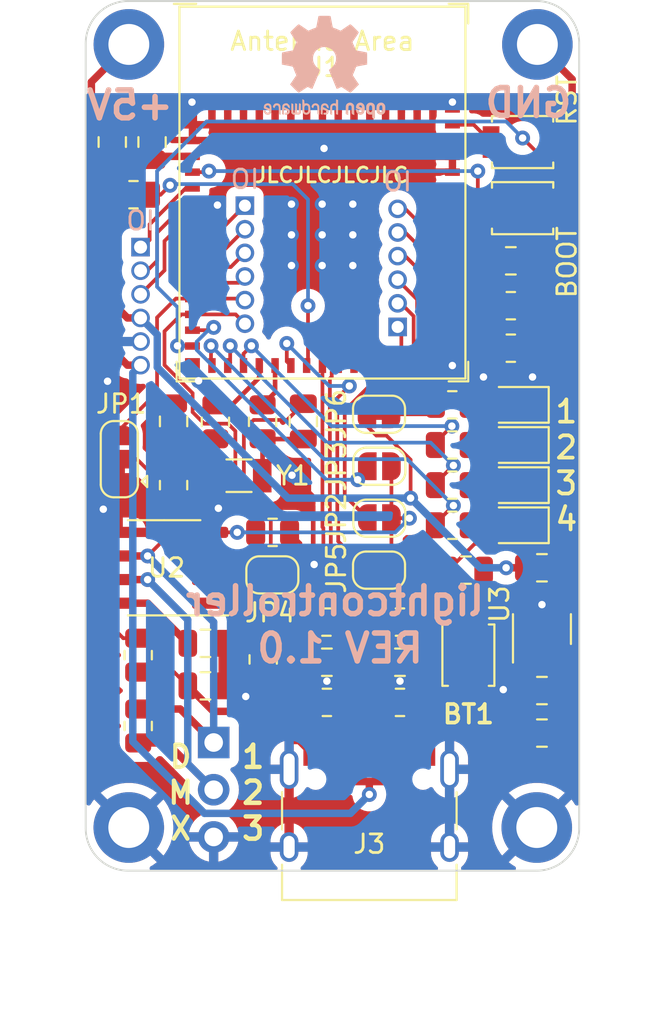
<source format=kicad_pcb>
(kicad_pcb (version 20221018) (generator pcbnew)
  (layers (0 "F.Cu" signal) (31 "B.Cu" signal) (34 "B.Paste" user) (35 "F.Paste" user) (36 "B.SilkS" user "B.Silkscreen") (37 "F.SilkS" user "F.Silkscreen") (38 "B.Mask" user) (39 "F.Mask" user) (44 "Edge.Cuts" user))
  (net 0 "")
  (net 1 "+5V")
  (net 2 "GND")
  (net 3 "+3V3")
  (net 4 "RESET")
  (net 5 "BT")
  (net 6 "DN")
  (net 7 "DP")
  (net 8 "Net-(C12-Pad1)")
  (net 9 "Net-(C13-Pad2)")
  (net 10 "Net-(D1-A)")
  (net 11 "Net-(D2-A)")
  (net 12 "Net-(D3-A)")
  (net 13 "Net-(D4-A)")
  (net 14 "Net-(U3-A)")
  (net 15 "Net-(U3-B)")
  (net 16 "Net-(J2-Pin_1)")
  (net 17 "Net-(J2-Pin_2)")
  (net 18 "Net-(J2-Pin_3)")
  (net 19 "Net-(J4-Pin_1)")
  (net 20 "Net-(J4-Pin_2)")
  (net 21 "Net-(J4-Pin_3)")
  (net 22 "Net-(J4-Pin_4)")
  (net 23 "Net-(J5-Pin_1)")
  (net 24 "Net-(J5-Pin_2)")
  (net 25 "Net-(J5-Pin_3)")
  (net 26 "Net-(J5-Pin_4)")
  (net 27 "Net-(J5-Pin_5)")
  (net 28 "Net-(J5-Pin_6)")
  (net 29 "Net-(JP1-A)")
  (net 30 "Net-(JP2-C)")
  (net 31 "XLR_SET")
  (net 32 "Net-(JP3-A)")
  (net 33 "Net-(JP4-A)")
  (net 34 "Net-(JP5-A)")
  (net 35 "XLR_RX")
  (net 36 "Net-(JP6-B)")
  (net 37 "Net-(U2-CC1)")
  (net 38 "Net-(U2-CC2)")
  (net 39 "XLR_TX")
  (net 40 "Net-(U2-DP1)")
  (net 41 "Net-(U2-DN1)")
  (net 42 "BOOT")
  (net 43 "LED1")
  (net 44 "LED2")
  (net 45 "Net-(U1-ADC2_CH6{slash}DAC_1{slash}GPIO18)")
  (net 46 "Net-(U1-GPIO15{slash}ADC2_CH4{slash}XTAL_32K_P)")
  (net 47 "Net-(U1-GPIO16{slash}ADC2_CH5{slash}XTAL_32K_N)")
  (net 48 "LED3")
  (footprint "Connector_PinSocket_1.27mm:PinSocket_1x06_P1.27mm_Vertical" (layer "F.Cu") (at 63.881 55.65)
    (fp_text reference "IO")
    (fp_text value "Conn_01x06_Socket")
  )
  (footprint "LED_SMD:LED_0805_2012Metric" (layer "F.Cu") (at 84.176 64.135 180)
    (fp_text reference "D2" hide)
    (fp_text value "LED")
  )
  (footprint "Capacitor_SMD:C_0805_2012Metric" (layer "F.Cu") (at 85.496 81.788 180)
    (fp_text reference "C8" hide)
    (fp_text value "1µF")
  )
  (footprint "MountingHole:MountingHole_2.2mm_M2_DIN965_Pad_TopBottom" (layer "F.Cu") (at 85.25 44.75)
    (fp_text reference "H2" hide)
    (fp_text value "MountingHole_Pad")
  )
  (footprint "Button_Switch_SMD:SW_SPST_B3U-1000P-B" (layer "F.Cu") (at 84.455 53.556 180)
    (fp_text reference "BOOT")
    (fp_text value "SW_BOOT")
  )
  (footprint "Jumper:SolderJumper-2_P1.3mm_Open_RoundedPad1.0x1.5mm" (layer "F.Cu") (at 76.74 67.437)
    (fp_text reference "JP3")
    (fp_text value "Jumper_2_Open")
  )
  (footprint "Jumper:SolderJumper-2_P1.3mm_Open_RoundedPad1.0x1.5mm" (layer "F.Cu") (at 70.978 73.279)
    (fp_text reference "JP4")
    (fp_text value "Jumper_2_Open")
  )
  (footprint "LED_SMD:LED_0805_2012Metric" (layer "F.Cu") (at 84.176 68.453 180)
    (fp_text reference "D3" hide)
    (fp_text value "LED")
  )
  (footprint "Connector_PinHeader_2.54mm:PinHeader_1x03_P2.54mm_Vertical" (layer "F.Cu") (at 67.818 82.296)
    (fp_text reference "D" hide)
    (fp_text value "XLR3")
  )
  (footprint "Capacitor_SMD:C_0805_2012Metric" (layer "F.Cu") (at 72.644 65.024 90)
    (fp_text reference "C9" hide)
    (fp_text value "20p (NC)")
  )
  (footprint "Resistor_SMD:R_0805_2012Metric" (layer "F.Cu") (at 65.659 68.453 90)
    (fp_text reference "R12" hide)
    (fp_text value "20k")
  )
  (footprint "Button_Switch_SMD:SW_SPST_B3U-1000P-B" (layer "F.Cu") (at 84.455 50 180)
    (fp_text reference "RST")
    (fp_text value "SW_RESET")
  )
  (footprint "Resistor_SMD:R_0805_2012Metric" (layer "F.Cu") (at 80.6685 64.135)
    (fp_text reference "R13" hide)
    (fp_text value "2k")
  )
  (footprint "Jumper:SolderJumper-2_P1.3mm_Bridged_RoundedPad1.0x1.5mm" (layer "F.Cu") (at 76.723 73.025)
    (fp_text reference "JP5")
    (fp_text value "Jumper_2_Bridged")
  )
  (footprint "Capacitor_SMD:C_0805_2012Metric" (layer "F.Cu") (at 77.851 77.978)
    (fp_text reference "C10" hide)
    (fp_text value "20p")
  )
  (footprint "MountingHole:MountingHole_2.2mm_M2_DIN965_Pad_TopBottom" (layer "F.Cu") (at 63.25 44.75)
    (fp_text reference "H1" hide)
    (fp_text value "MountingHole_Pad")
  )
  (footprint "Button_Switch_SMD:SW_SPST_B3U-1000P-B" (layer "F.Cu") (at 81.534 77.597 90)
    (fp_text reference "BT1")
    (fp_text value "BUTTON")
  )
  (footprint "MountingHole:MountingHole_2.2mm_M2_DIN965_Pad_TopBottom" (layer "F.Cu") (at 63.246 86.868)
    (fp_text reference "H3" hide)
    (fp_text value "MountingHole_Pad")
  )
  (footprint "Resistor_SMD:R_0805_2012Metric" (layer "F.Cu") (at 80.6685 66.294)
    (fp_text reference "R15" hide)
    (fp_text value "2k")
  )
  (footprint "Resistor_SMD:R_0805_2012Metric" (layer "F.Cu") (at 80.6685 70.612)
    (fp_text reference "R16" hide)
    (fp_text value "2k")
  )
  (footprint "Jumper:SolderJumper-2_P1.3mm_Bridged_RoundedPad1.0x1.5mm" (layer "F.Cu") (at 76.723 64.643 180)
    (fp_text reference "JP6")
    (fp_text value "Jumper_2_Bridged")
  )
  (footprint "Capacitor_SMD:C_0805_2012Metric" (layer "F.Cu") (at 67.375 79.248)
    (fp_text reference "C11" hide)
    (fp_text value "100nF")
  )
  (footprint "Capacitor_SMD:C_0805_2012Metric" (layer "F.Cu") (at 85.496 72.898)
    (fp_text reference "C12" hide)
    (fp_text value "1µF")
  )
  (footprint "Resistor_SMD:R_0805_2012Metric" (layer "F.Cu") (at 63.5 52.832 180)
    (fp_text reference "R1" hide)
    (fp_text value "10k")
  )
  (footprint "LED_SMD:LED_0805_2012Metric" (layer "F.Cu") (at 84.176 66.294 180)
    (fp_text reference "D4" hide)
    (fp_text value "LED")
  )
  (footprint "Crystal:Crystal_SMD_3215-2Pin_3.2x1.5mm" (layer "F.Cu") (at 69.182 67.945)
    (fp_text reference "Y1")
    (fp_text value "Crystal_Small")
  )
  (footprint "Resistor_SMD:R_0805_2012Metric" (layer "F.Cu") (at 70.452 65.0475 -90)
    (fp_text reference "R17" hide)
    (fp_text value "0R (NC)")
  )
  (footprint "Resistor_SMD:R_0805_2012Metric" (layer "F.Cu") (at 67.912 65.0475 90)
    (fp_text reference "R5" hide)
    (fp_text value "0R (NC)")
  )
  (footprint "My parts:XUNPU TYPEC-304J-BCP16" (layer "F.Cu") (at 76.2 88.392)
    (fp_text reference "J3")
    (fp_text value "XUNPU_TYPEC-304J-BCP16")
  )
  (footprint "Capacitor_SMD:C_0805_2012Metric" (layer "F.Cu") (at 73.914 77.978)
    (fp_text reference "C13" hide)
    (fp_text value "20p")
  )
  (footprint "Resistor_SMD:R_0805_2012Metric" (layer "F.Cu") (at 63.754 81.407 90)
    (fp_text reference "R18" hide)
    (fp_text value "100R")
  )
  (footprint "Resistor_SMD:R_0805_2012Metric" (layer "F.Cu") (at 80.6685 68.453)
    (fp_text reference "R14" hide)
    (fp_text value "2k")
  )
  (footprint "Capacitor_SMD:C_0805_2012Metric" (layer "F.Cu") (at 64.5 50 -90)
    (fp_text reference "C2" hide)
    (fp_text value "100nF")
  )
  (footprint "Package_SO:SOIC-8_3.9x4.9mm_P1.27mm" (layer "F.Cu") (at 65.151 72.898 180)
    (fp_text reference "U2")
    (fp_text value "MAX485E")
  )
  (footprint "Capacitor_SMD:C_0805_2012Metric" (layer "F.Cu") (at 62.357 50 -90)
    (fp_text reference "C1" hide)
    (fp_text value "22µF")
  )
  (footprint "Resistor_SMD:R_0805_2012Metric" (layer "F.Cu") (at 70.485 77.8275 90)
    (fp_text reference "R6" hide)
    (fp_text value "10k")
  )
  (footprint "Jumper:SolderJumper-3_P1.3mm_Bridged12_RoundedPad1.0x1.5mm" (layer "F.Cu") (at 62.738 67.056 90)
    (fp_text reference "JP1")
    (fp_text value "Jumper_3_Bridged12")
  )
  (footprint "Capacitor_SMD:C_0805_2012Metric" (layer "F.Cu") (at 67.375 76.962)
    (fp_text reference "C4" hide)
    (fp_text value "10µF")
  )
  (footprint "Jumper:SolderJumper-2_P1.3mm_Open_RoundedPad1.0x1.5mm" (layer "F.Cu") (at 76.74 70.231)
    (fp_text reference "JP2")
    (fp_text value "Jumper_2_Open")
  )
  (footprint "Espressif:ESP32-S2-MINI-1" (layer "F.Cu") (at 73.675 55.02)
    (fp_text reference "U1")
    (fp_text value "ESP32-S2-MINI-1")
  )
  (footprint "Resistor_SMD:R_0805_2012Metric" (layer "F.Cu") (at 77.851 75.819 180)
    (fp_text reference "R7" hide)
    (fp_text value "36R")
  )
  (footprint "Resistor_SMD:R_0805_2012Metric" (layer "F.Cu") (at 73.8905 75.819)
    (fp_text reference "R4" hide)
    (fp_text value "36R")
  )
  (footprint "Capacitor_SMD:C_0805_2012Metric" (layer "F.Cu") (at 65.659 65.024 -90)
    (fp_text reference "C5" hide)
    (fp_text value "20p (NC)")
  )
  (footprint "Resistor_SMD:R_0805_2012Metric" (layer "F.Cu") (at 63.754 77.597 90)
    (fp_text reference "R8" hide)
    (fp_text value "10-20k")
  )
  (footprint "Resistor_SMD:R_0805_2012Metric" (layer "F.Cu") (at 73.914 80.137)
    (fp_text reference "R9" hide)
    (fp_text value "5.1k")
  )
  (footprint "LED_SMD:LED_0805_2012Metric" (layer "F.Cu") (at 84.176 70.612 180)
    (fp_text reference "D1" hide)
    (fp_text value "LED")
  )
  (footprint "MountingHole:MountingHole_2.2mm_M2_DIN965_Pad_TopBottom" (layer "F.Cu") (at 85.217 86.868)
    (fp_text reference "H4" hide)
    (fp_text value "MountingHole_Pad")
  )
  (footprint "Package_TO_SOT_SMD:SOT-23-5" (layer "F.Cu") (at 85.496 76.1945 90)
    (fp_text reference "U3")
    (fp_text value "XC6220B331MR")
  )
  (footprint "Capacitor_SMD:C_0805_2012Metric" (layer "F.Cu") (at 85.496 79.502 180)
    (fp_text reference "C7" hide)
    (fp_text value "10µF")
  )
  (footprint "Resistor_SMD:R_0805_2012Metric" (layer "F.Cu") (at 70.993 70.993)
    (fp_text reference "R11" hide)
    (fp_text value "10k")
  )
  (footprint "Resistor_SMD:R_0805_2012Metric" (layer "F.Cu") (at 83.82 61.087)
    (fp_text reference "R3" hide)
    (fp_text value "10k (NC)")
  )
  (footprint "Resistor_SMD:R_0805_2012Metric" (layer "F.Cu") (at 77.851 80.137 180)
    (fp_text reference "R10" hide)
    (fp_text value "5.1k")
  )
  (footprint "Capacitor_SMD:C_0805_2012Metric" (layer "F.Cu") (at 81.407 73.025)
    (fp_text reference "C6" hide)
    (fp_text value "100nF")
  )
  (footprint "Capacitor_SMD:C_0805_2012Metric" (layer "F.Cu") (at 83.82 56.388)
    (fp_text reference "C3" hide)
    (fp_text value "100nF")
  )
  (footprint "Resistor_SMD:R_0805_2012Metric" (layer "F.Cu") (at 83.82 58.801)
    (fp_text reference "R2" hide)
    (fp_text value "10k")
  )
  (footprint "Connector_PinHeader_1.27mm:PinHeader_1x06_P1.27mm_Vertical" (layer "B.Cu") (at 69.5 53.42 180)
    (fp_text reference "IO")
    (fp_text value "Conn_01x06_Socket")
  )
  (footprint "Symbol:OSHW-Logo2_7.3x6mm_SilkScreen" (layer "B.Cu") (at 73.787 45.974 180)
    (fp_text reference "REF**" hide)
    (fp_text value "OSHW-Logo2_7.3x6mm_SilkScreen" hide)
  )
  (footprint "Connector_PinHeader_1.27mm:PinHeader_1x06_P1.27mm_Vertical" (layer "B.Cu") (at 77.724 59.944)
    (fp_text reference "IO")
    (fp_text value "Conn_01x06_Socket")
  )
  (gr_line (start 63.211446 42.418) (end 85.217 42.418) (stroke (width 0.1)) (layer "Edge.Cuts"))
  (gr_arc (start 87.503 86.902554) (mid 86.833446 88.519) (end 85.217 89.188554) (stroke (width 0.1)) (layer "Edge.Cuts"))
  (gr_arc (start 60.925446 44.704) (mid 61.595 43.087554) (end 63.211446 42.418) (stroke (width 0.1)) (layer "Edge.Cuts"))
  (gr_line (start 85.217 89.188554) (end 63.211446 89.188554) (stroke (width 0.1)) (layer "Edge.Cuts"))
  (gr_line (start 87.503 44.704) (end 87.503 86.902554) (stroke (width 0.1)) (layer "Edge.Cuts"))
  (gr_arc (start 85.217 42.418) (mid 86.833446 43.087554) (end 87.503 44.704) (stroke (width 0.1)) (layer "Edge.Cuts"))
  (gr_arc (start 63.211446 89.188554) (mid 61.595 88.519) (end 60.925446 86.902554) (stroke (width 0.1)) (layer "Edge.Cuts"))
  (gr_line (start 60.925446 86.902554) (end 60.925446 44.704) (stroke (width 0.1)) (layer "Edge.Cuts"))
  (gr_text "GND" (at 87.249 48.768) (layer "B.SilkS") (effects (font (size 1.5 1.5) (thickness 0.3) bold) (justify left bottom mirror)))
  (gr_text "+5V" (at 65.786 48.895) (layer "B.SilkS") (effects (font (size 1.5 1.5) (thickness 0.3) bold) (justify left bottom mirror)))
  (gr_text "REV 1.0" (at 79.248 78.105) (layer "B.SilkS") (effects (font (size 1.5 1.5) (thickness 0.3) bold) (justify left bottom mirror)))
  (gr_text "lightcontroller" (at 82.55 75.565) (layer "B.SilkS") (effects (font (size 1.5 1.5) (thickness 0.3) bold) (justify left bottom mirror)))
  (gr_text "D\nM\nX" (at 66.04 87.63) (layer "F.SilkS") (effects (font (size 1.2 1.1) (thickness 0.22) bold) (justify bottom)))
  (gr_text "1\n2\n3" (at 69.215 87.63) (layer "F.SilkS") (effects (font (size 1.2 1.2) (thickness 0.24) bold) (justify left bottom)))
  (gr_text "JLCJLCJLCJLC" (at 69.9516 52.2478) (layer "F.SilkS") (effects (font (size 0.8 0.8) (thickness 0.15) bold) (justify left bottom)))
  (gr_text "1\n2\n3\n4" (at 86.106 70.993) (layer "F.SilkS") (effects (font (size 1.2 1.2) (thickness 0.2) bold) (justify left bottom)))
  (segment (start 78.65 83.611984) (end 78.65 82.823) (width 0.4) (layer "F.Cu") (net 1))
  (segment (start 62.676 74.803) (end 64.266 74.803) (width 0.4) (layer "F.Cu") (net 1))
  (segment (start 71.9055 70.993) (end 72.487683 71.575183) (width 0.2) (layer "F.Cu") (net 1))
  (segment (start 67.7966 80.6196) (end 71.6534 80.6196) (width 0.4) (layer "F.Cu") (net 1))
  (segment (start 71.75288 80.52012) (end 72.512761 81.28) (width 0.4) (layer "F.Cu") (net 1))
  (segment (start 61.232 60.058106) (end 61.232 46.768) (width 0.4) (layer "F.Cu") (net 1))
  (segment (start 71.485 75.821683) (end 71.485 77.74) (width 0.2) (layer "F.Cu") (net 1))
  (segment (start 72.487683 71.575183) (end 72.487683 74.819) (width 0.2) (layer "F.Cu") (net 1))
  (segment (start 66.425 79.248) (end 67.7966 80.6196) (width 0.4) (layer "F.Cu") (net 1))
  (segment (start 63.173894 62) (end 61.232 60.058106) (width 0.4) (layer "F.Cu") (net 1))
  (segment (start 78.65 81.798) (end 79.211 81.237) (width 0.4) (layer "F.Cu") (net 1))
  (segment (start 66.425 76.962) (end 66.425 79.248) (width 0.4) (layer "F.Cu") (net 1))
  (segment (start 83.802 82.913) (end 85.321 82.913) (width 0.4) (layer "F.Cu") (net 1))
  (segment (start 73.75 82.823) (end 73.75 83.611984) (width 0.4) (layer "F.Cu") (net 1))
  (segment (start 76.2 85.09) (end 76.2 84.398) (width 0.4) (layer "F.Cu") (net 1))
  (segment (start 79.211 81.237) (end 82.126 81.237) (width 0.4) (layer "F.Cu") (net 1))
  (segment (start 70.485 79.252239) (end 71.75288 80.52012) (width 0.4) (layer "F.Cu") (net 1))
  (segment (start 71.6534 80.6196) (end 71.75288 80.52012) (width 0.4) (layer "F.Cu") (net 1))
  (segment (start 78.65 82.823) (end 78.65 81.798) (width 0.4) (layer "F.Cu") (net 1))
  (segment (start 85.321 82.913) (end 86.446 81.788) (width 0.4) (layer "F.Cu") (net 1))
  (segment (start 61.232 46.768) (end 63.25 44.75) (width 0.4) (layer "F.Cu") (net 1))
  (segment (start 63.881 62) (end 63.173894 62) (width 0.4) (layer "F.Cu") (net 1))
  (segment (start 86.446 81.788) (end 86.446 77.332) (width 0.4) (layer "F.Cu") (net 1))
  (segment (start 70.485 78.74) (end 70.485 79.252239) (width 0.4) (layer "F.Cu") (net 1))
  (segment (start 82.126 81.237) (end 83.802 82.913) (width 0.4) (layer "F.Cu") (net 1))
  (segment (start 64.266 74.803) (end 66.425 76.962) (width 0.4) (layer "F.Cu") (net 1))
  (segment (start 63.754 78.5095) (end 65.6865 78.5095) (width 0.2) (layer "F.Cu") (net 1))
  (segment (start 77.863984 84.398) (end 78.65 83.611984) (width 0.4) (layer "F.Cu") (net 1))
  (segment (start 73.75 81.798) (end 73.75 82.823) (width 0.4) (layer "F.Cu") (net 1))
  (segment (start 84.546 77.332) (end 84.546 77.857761) (width 0.4) (layer "F.Cu") (net 1))
  (segment (start 84.546 77.857761) (end 86.190239 79.502) (width 0.4) (layer "F.Cu") (net 1))
  (segment (start 76.2 84.398) (end 77.863984 84.398) (width 0.4) (layer "F.Cu") (net 1))
  (segment (start 72.512761 81.28) (end 73.232 81.28) (width 0.4) (layer "F.Cu") (net 1))
  (segment (start 72.487683 74.819) (end 71.485 75.821683) (width 0.2) (layer "F.Cu") (net 1))
  (segment (start 65.6865 78.5095) (end 66.425 79.248) (width 0.2) (layer "F.Cu") (net 1))
  (segment (start 71.485 77.74) (end 70.485 78.74) (width 0.2) (layer "F.Cu") (net 1))
  (segment (start 74.536016 84.398) (end 76.2 84.398) (width 0.4) (layer "F.Cu") (net 1))
  (segment (start 73.75 83.611984) (end 74.536016 84.398) (width 0.4) (layer "F.Cu") (net 1))
  (segment (start 86.190239 79.502) (end 86.446 79.502) (width 0.4) (layer "F.Cu") (net 1))
  (segment (start 73.232 81.28) (end 73.75 81.798) (width 0.4) (layer "F.Cu") (net 1))
  (via (at 76.2 85.09) (size 0.8) (drill 0.4) (layers "F.Cu" "B.Cu") (net 1))
  (segment (start 75.184 86.106) (end 76.2 85.09) (width 0.4) (layer "B.Cu") (net 1))
  (segment (start 63.462 82.247767) (end 67.320233 86.106) (width 0.4) (layer "B.Cu") (net 1))
  (segment (start 63.881 62) (end 63.462 62.419) (width 0.4) (layer "B.Cu") (net 1))
  (segment (start 63.462 62.419) (end 63.462 82.247767) (width 0.4) (layer "B.Cu") (net 1))
  (segment (start 67.320233 86.106) (end 75.184 86.106) (width 0.4) (layer "B.Cu") (net 1))
  (segment (start 85.4964 75.8388) (end 85.4964 74.8792) (width 0.25) (layer "F.Cu") (net 2))
  (segment (start 85.2907 76.0445) (end 85.4964 75.8388) (width 0.25) (layer "F.Cu") (net 2))
  (segment (start 65.659 67.5405) (end 66.1689 67.5405) (width 0.2) (layer "F.Cu") (net 2))
  (segment (start 79.45 82.348) (end 79.756 82.042) (width 0.25) (layer "F.Cu") (net 2))
  (segment (start 85.4964 73.8476) (end 86.446 72.898) (width 0.25) (layer "F.Cu") (net 2))
  (segment (start 73.1774 69.0626) (end 72.0344 67.9196) (width 0.25) (layer "F.Cu") (net 2))
  (segment (start 76.901 78.2745) (end 78.7635 80.137) (width 0.2) (layer "F.Cu") (net 2))
  (segment (start 72.95 82.823) (end 72.39 82.263) (width 0.25) (layer "F.Cu") (net 2))
  (segment (start 80.675 62.02) (end 80.6709 62.02) (width 0.2) (layer "F.Cu") (net 2))
  (segment (start 79.45 82.823) (end 79.45 82.348) (width 0.25) (layer "F.Cu") (net 2))
  (segment (start 73.1774 72.6694) (end 73.1774 69.5706) (width 0.25) (layer "F.Cu") (net 2))
  (segment (start 80.6709 62.02) (end 80.6704 62.0205) (width 0.2) (layer "F.Cu") (net 2))
  (segment (start 69.4436 65.478083) (end 69.4436 68.9566) (width 0.2) (layer "F.Cu") (net 2))
  (segment (start 64.634 65.099) (end 64.634 66.5155) (width 0.2) (layer "F.Cu") (net 2))
  (segment (start 87.122 46.622) (end 87.122 48.006) (width 0.4) (layer "F.Cu") (net 2))
  (segment (start 85.4964 74.8792) (end 85.4964 73.8476) (width 0.25) (layer "F.Cu") (net 2))
  (segment (start 85.25 44.75) (end 87.122 46.622) (width 0.4) (layer "F.Cu") (net 2))
  (segment (start 72.39 82.263) (end 72.042 82.263) (width 0.25) (layer "F.Cu") (net 2))
  (segment (start 82.357 74.202251) (end 84.199249 76.0445) (width 0.25) (layer "F.Cu") (net 2))
  (segment (start 73.2282 72.7202) (end 73.1774 72.6694) (width 0.25) (layer "F.Cu") (net 2))
  (segment (start 66.1689 67.5405) (end 67.132 68.5036) (width 0.2) (layer "F.Cu") (net 2))
  (segment (start 65.659 64.074) (end 64.634 65.099) (width 0.2) (layer "F.Cu") (net 2))
  (segment (start 76.901 77.978) (end 76.901 78.2745) (width 0.2) (layer "F.Cu") (net 2))
  (segment (start 68.325 79.248) (end 68.9731 79.248) (width 0.25) (layer "F.Cu") (net 2))
  (segment (start 69.974183 64.9475) (end 69.4436 65.478083) (width 0.2) (layer "F.Cu") (net 2))
  (segment (start 68.9731 79.248) (end 69.5452 79.8201) (width 0.25) (layer "F.Cu") (net 2))
  (segment (start 84.199249 76.0445) (end 85.2907 76.0445) (width 0.25) (layer "F.Cu") (net 2))
  (segment (start 67.6846 69.6976) (end 68.072 69.6976) (width 0.2) (layer "F.Cu") (net 2))
  (segment (start 64.634 66.5155) (end 65.659 67.5405) (width 0.2) (layer "F.Cu") (net 2))
  (segment (start 67.132 69.145) (end 67.6846 69.6976) (width 0.2) (layer "F.Cu") (net 2))
  (segment (start 67.132 68.5036) (end 67.132 69.145) (width 0.2) (layer "F.Cu") (net 2))
  (segment (start 73.0015 80.137) (end 73.0015 79.8405) (width 0.2) (layer "F.Cu") (net 2))
  (segment (start 79.756 82.042) (end 80.518 82.042) (width 0.25) (layer "F.Cu") (net 2))
  (segment (start 73.0015 79.8405) (end 74.864 77.978) (width 0.2) (layer "F.Cu") (net 2))
  (segment (start 73.1774 69.469) (end 73.1774 69.0626) (width 0.25) (layer "F.Cu") (net 2))
  (segment (start 69.9919 69.5049) (end 73.1415 69.5049) (width 0.2) (layer "F.Cu") (net 2))
  (segment (start 72.644 64.074) (end 71.7705 64.9475) (width 0.2) (layer "F.Cu") (net 2))
  (segment (start 69.4436 68.9566) (end 69.9919 69.5049) (width 0.2) (layer "F.Cu") (net 2))
  (segment (start 82.357 73.025) (end 82.357 74.202251) (width 0.25) (layer "F.Cu") (net 2))
  (segment (start 66.675 62.5094) (end 67.0052 62.8396) (width 0.2) (layer "F.Cu") (net 2))
  (segment (start 73.1415 69.5049) (end 73.1774 69.469) (width 0.2) (layer "F.Cu") (net 2))
  (segment (start 71.7705 64.9475) (end 69.974183 64.9475) (width 0.2) (layer "F.Cu") (net 2))
  (segment (start 66.675 62.02) (end 66.675 62.5094) (width 0.2) (layer "F.Cu") (net 2))
  (via (at 73.2282 72.7202) (size 0.8) (drill 0.4) (layers "F.Cu" "B.Cu") (net 2))
  (via (at 66.6496 47.8536) (size 0.8) (drill 0.4) (layers "F.Cu" "B.Cu") (net 2))
  (via (at 61.8744 69.7484) (size 0.8) (drill 0.4) (layers "F.Cu" "B.Cu") (net 2))
  (via (at 73.914 78.994) (size 0.8) (drill 0.4) (layers "F.Cu" "B.Cu") (net 2))
  (via (at 72.009 56.642) (size 0.8) (drill 0.4) (layers "F.Cu" "B.Cu") (net 2))
  (via (at 69.5452 79.8201) (size 0.8) (drill 0.4) (layers "F.Cu" "B.Cu") (net 2))
  (via (at 73.66 56.642) (size 0.8) (drill 0.4) (layers "F.Cu" "B.Cu") (net 2))
  (via (at 75.311 53.34) (size 0.8) (drill 0.4) (layers "F.Cu" "B.Cu") (net 2))
  (via (at 75.311 54.991) (size 0.8) (drill 0.4) (layers "F.Cu" "B.Cu") (net 2))
  (via (at 80.6704 62.0205) (size 0.8) (drill 0.4) (layers "F.Cu" "B.Cu") (net 2))
  (via (at 80.675 47.851083) (size 0.8) (drill 0.4) (layers "F.Cu" "B.Cu") (net 2))
  (via (at 72.009 53.34) (size 0.8) (drill 0.4) (layers "F.Cu" "B.Cu") (net 2))
  (via (at 72.0344 67.9196) (size 0.8) (drill 0.4) (layers "F.Cu" "B.Cu") (net 2))
  (via (at 73.66 54.991) (size 0.8) (drill 0.4) (layers "F.Cu" "B.Cu") (net 2))
  (via (at 75.311 56.642) (size 0.8) (drill 0.4) (layers "F.Cu" "B.Cu") (net 2))
  (via (at 84.9884 62.6364) (size 0.8) (drill 0.4) (layers "F.Cu" "B.Cu") (net 2))
  (via (at 68.0212 53.3908) (size 0.8) (drill 0.4) (layers "F.Cu" "B.Cu") (net 2))
  (via (at 67.0052 62.8396) (size 0.8) (drill 0.4) (layers "F.Cu" "B.Cu") (net 2))
  (via (at 72.009 54.991) (size 0.8) (drill 0.4) (layers "F.Cu" "B.Cu") (net 2))
  (via (at 68.072 69.6976) (size 0.8) (drill 0.4) (layers "F.Cu" "B.Cu") (net 2))
  (via (at 83.4136 79.4512) (size 0.8) (drill 0.4) (layers "F.Cu" "B.Cu") (net 2))
  (via (at 62.103 62.865) (size 0.8) (drill 0.4) (layers "F.Cu" "B.Cu") (net 2))
  (via (at 73.7616 50.3428) (size 0.8) (drill 0.4) (layers "F.Cu" "B.Cu") (net 2))
  (via (at 73.66 53.34) (size 0.8) (drill 0.4) (layers "F.Cu" "B.Cu") (net 2))
  (via (at 77.851 78.994) (size 0.8) (drill 0.4) (layers "F.Cu" "B.Cu") (net 2))
  (via (at 82.3468 62.6364) (size 0.8) (drill 0.4) (layers "F.Cu" "B.Cu") (net 2))
  (via (at 85.4964 74.8792) (size 0.8) (drill 0.4) (layers "F.Cu" "B.Cu") (net 2))
  (segment (start 62.5875 52.832) (end 62.5875 58.873606) (width 0.4) (layer "F.Cu") (net 3))
  (segment (start 76.581 65.786) (end 77.120371 65.786) (width 0.2) (layer "F.Cu") (net 3))
  (segment (start 83.566 72.898) (end 84.546 72.898) (width 0.4) (layer "F.Cu") (net 3))
  (segment (start 62.357 50.95) (end 64.5 50.95) (width 0.4) (layer "F.Cu") (net 3))
  (segment (start 84.546 75.057) (end 84.546 72.898) (width 0.4) (layer "F.Cu") (net 3))
  (segment (start 77.120371 65.786) (end 78.4225 67.088129) (width 0.2) (layer "F.Cu") (net 3))
  (segment (start 62.5875 58.873606) (end 63.173894 59.46) (width 0.4) (layer "F.Cu") (net 3))
  (segment (start 85.968183 62.322683) (end 85.968183 71.475817) (width 0.2) (layer "F.Cu") (net 3))
  (segment (start 63.173894 59.46) (end 63.881 59.46) (width 0.4) (layer "F.Cu") (net 3))
  (segment (start 76.073 65.278) (end 76.581 65.786) (width 0.2) (layer "F.Cu") (net 3))
  (segment (start 76.073 64.643) (end 76.073 65.278) (width 0.2) (layer "F.Cu") (net 3))
  (segment (start 62.357 50.95) (end 62.357 52.6015) (width 0.4) (layer "F.Cu") (net 3))
  (segment (start 78.4225 67.088129) (end 78.4225 69.1515) (width 0.2) (layer "F.Cu") (net 3))
  (segment (start 64.68 50.77) (end 64.5 50.95) (width 0.4) (layer "F.Cu") (net 3))
  (segment (start 66.675 50.77) (end 64.68 50.77) (width 0.4) (layer "F.Cu") (net 3))
  (segment (start 85.968183 71.475817) (end 84.546 72.898) (width 0.2) (layer "F.Cu") (net 3))
  (segment (start 62.357 52.6015) (end 62.5875 52.832) (width 0.4) (layer "F.Cu") (net 3))
  (segment (start 84.7325 61.087) (end 85.968183 62.322683) (width 0.2) (layer "F.Cu") (net 3))
  (segment (start 84.7325 61.087) (end 84.7325 58.801) (width 0.2) (layer "F.Cu") (net 3))
  (via (at 83.566 72.898) (size 0.8) (drill 0.4) (layers "F.Cu" "B.Cu") (net 3))
  (via (at 78.4225 69.1515) (size 0.8) (drill 0.4) (layers "F.Cu" "B.Cu") (net 3))
  (segment (start 78.4225 69.1515) (end 82.169 72.898) (width 0.4) (layer "B.Cu") (net 3))
  (segment (start 82.169 72.898) (end 83.566 72.898) (width 0.4) (layer "B.Cu") (net 3))
  (segment (start 64.781 60.357207) (end 64.781 62.114) (width 0.4) (layer "B.Cu") (net 3))
  (segment (start 63.881 59.46) (end 63.883793 59.46) (width 0.4) (layer "B.Cu") (net 3))
  (segment (start 63.883793 59.46) (end 64.781 60.357207) (width 0.4) (layer "B.Cu") (net 3))
  (segment (start 71.8185 69.1515) (end 78.4225 69.1515) (width 0.4) (layer "B.Cu") (net 3))
  (segment (start 64.781 62.114) (end 71.8185 69.1515) (width 0.4) (layer "B.Cu") (net 3))
  (segment (start 82.755 50) (end 83.505 50.75) (width 0.2) (layer "F.Cu") (net 4))
  (segment (start 82.755 50) (end 81.825 49.07) (width 0.2) (layer "F.Cu") (net 4))
  (segment (start 83.505 50.75) (end 83.505 55.753) (width 0.2) (layer "F.Cu") (net 4))
  (segment (start 82.9075 58.801) (end 82.9075 56.4255) (width 0.2) (layer "F.Cu") (net 4))
  (segment (start 82.9075 56.4255) (end 82.87 56.388) (width 0.2) (layer "F.Cu") (net 4))
  (segment (start 83.505 55.753) (end 82.87 56.388) (width 0.2) (layer "F.Cu") (net 4))
  (segment (start 81.825 49.07) (end 80.675 49.07) (width 0.2) (layer "F.Cu") (net 4))
  (segment (start 83.92 55.735183) (end 83.92 63.347521) (width 0.2) (layer "F.Cu") (net 5))
  (segment (start 66.665 60.96) (end 66.675 60.97) (width 0.2) (layer "F.Cu") (net 5))
  (segment (start 85.205 54.450183) (end 83.92 55.735183) (width 0.2) (layer "F.Cu") (net 5))
  (segment (start 84.455 49.784) (end 85.205 50.534) (width 0.2) (layer "F.Cu") (net 5))
  (segment (start 83.709 71.612) (end 81.87 71.612) (width 0.2) (layer "F.Cu") (net 5))
  (segment (start 84.074 71.247) (end 83.709 71.612) (width 0.2) (layer "F.Cu") (net 5))
  (segment (start 81.534 74.102) (end 81.534 75.897) (width 0.2) (layer "F.Cu") (net 5))
  (segment (start 65.8695 60.96) (end 66.665 60.96) (width 0.2) (layer "F.Cu") (net 5))
  (segment (start 80.457 73.025) (end 81.534 74.102) (width 0.2) (layer "F.Cu") (net 5))
  (segment (start 81.87 71.612) (end 80.457 73.025) (width 0.2) (layer "F.Cu") (net 5))
  (segment (start 85.205 50.534) (end 85.205 54.450183) (width 0.2) (layer "F.Cu") (net 5))
  (segment (start 83.92 63.347521) (end 84.074 63.501521) (width 0.2) (layer "F.Cu") (net 5))
  (segment (start 84.074 63.501521) (end 84.074 71.247) (width 0.2) (layer "F.Cu") (net 5))
  (via (at 84.455 49.784) (size 0.8) (drill 0.4) (layers "F.Cu" "B.Cu") (net 5))
  (via (at 65.8695 60.96) (size 0.8) (drill 0.4) (layers "F.Cu" "B.Cu") (net 5))
  (segment (start 64.77 51.562) (end 64.77 57.785) (width 0.2) (layer "B.Cu") (net 5))
  (segment (start 67.437 48.895) (end 64.77 51.562) (width 0.2) (layer "B.Cu") (net 5))
  (segment (start 65.8695 58.8845) (end 65.8695 60.96) (width 0.2) (layer "B.Cu") (net 5))
  (segment (start 64.77 57.785) (end 65.8695 58.8845) (width 0.2) (layer "B.Cu") (net 5))
  (segment (start 84.455 49.784) (end 83.566 48.895) (width 0.2) (layer "B.Cu") (net 5))
  (segment (start 83.566 48.895) (end 67.437 48.895) (width 0.2) (layer "B.Cu") (net 5))
  (segment (start 74.0255 74.7715) (end 72.978 75.819) (width 0.2) (layer "F.Cu") (net 6))
  (segment (start 74.0255 72.30325) (end 74.0255 74.7715) (width 0.2) (layer "F.Cu") (net 6))
  (segment (start 72.964 77.978) (end 72.964 75.833) (width 0.2) (layer "F.Cu") (net 6))
  (segment (start 73.7255 70.756998) (end 73.7255 72.00325) (width 0.2) (layer "F.Cu") (net 6))
  (segment (start 72.964 75.833) (end 72.978 75.819) (width 0.2) (layer "F.Cu") (net 6))
  (segment (start 73.675 62.02) (end 73.675 70.706498) (width 0.2) (layer "F.Cu") (net 6))
  (segment (start 73.675 70.706498) (end 73.7255 70.756998) (width 0.2) (layer "F.Cu") (net 6))
  (segment (start 73.7255 72.00325) (end 74.0255 72.30325) (width 0.2) (layer "F.Cu") (net 6))
  (segment (start 78.289501 74.295) (end 78.7635 74.768999) (width 0.2) (layer "F.Cu") (net 7))
  (segment (start 74.075 70.540813) (end 74.1255 70.591313) (width 0.2) (layer "F.Cu") (net 7))
  (segment (start 78.7635 74.768999) (end 78.7635 75.819) (width 0.2) (layer "F.Cu") (net 7))
  (segment (start 74.175 62.37) (end 74.175 62.62) (width 0.2) (layer "F.Cu") (net 7))
  (segment (start 74.4255 72.137565) (end 74.4255 73.5365) (width 0.2) (layer "F.Cu") (net 7))
  (segment (start 74.525 62.02) (end 74.175 62.37) (width 0.2) (layer "F.Cu") (net 7))
  (segment (start 75.184 74.295) (end 78.289501 74.295) (width 0.2) (layer "F.Cu") (net 7))
  (segment (start 74.1255 70.591313) (end 74.1255 71.837565) (width 0.2) (layer "F.Cu") (net 7))
  (segment (start 74.175 62.62) (end 74.075 62.72) (width 0.2) (layer "F.Cu") (net 7))
  (segment (start 74.075 62.72) (end 74.075 70.540813) (width 0.2) (layer "F.Cu") (net 7))
  (segment (start 78.801 75.8565) (end 78.7635 75.819) (width 0.2) (layer "F.Cu") (net 7))
  (segment (start 74.1255 71.837565) (end 74.4255 72.137565) (width 0.2) (layer "F.Cu") (net 7))
  (segment (start 74.4255 73.5365) (end 75.184 74.295) (width 0.2) (layer "F.Cu") (net 7))
  (segment (start 78.801 77.978) (end 78.801 75.8565) (width 0.2) (layer "F.Cu") (net 7))
  (segment (start 70.452 65.96) (end 70.452 67.925) (width 0.25) (layer "F.Cu") (net 8))
  (segment (start 72.644 65.974) (end 70.466 65.974) (width 0.25) (layer "F.Cu") (net 8))
  (segment (start 70.466 65.974) (end 70.452 65.96) (width 0.25) (layer "F.Cu") (net 8))
  (segment (start 70.452 67.925) (end 70.432 67.945) (width 0.25) (layer "F.Cu") (net 8))
  (segment (start 67.932 67.945) (end 67.932 65.98) (width 0.25) (layer "F.Cu") (net 9))
  (segment (start 67.932 65.98) (end 67.912 65.96) (width 0.25) (layer "F.Cu") (net 9))
  (segment (start 65.659 65.974) (end 67.898 65.974) (width 0.25) (layer "F.Cu") (net 9))
  (segment (start 67.898 65.974) (end 67.912 65.96) (width 0.25) (layer "F.Cu") (net 9))
  (segment (start 83.2385 70.612) (end 81.581 70.612) (width 0.2) (layer "F.Cu") (net 10))
  (segment (start 83.2385 68.453) (end 81.581 68.453) (width 0.2) (layer "F.Cu") (net 11))
  (segment (start 83.2385 66.294) (end 81.581 66.294) (width 0.2) (layer "F.Cu") (net 12))
  (segment (start 83.2385 64.135) (end 81.581 64.135) (width 0.2) (layer "F.Cu") (net 13))
  (segment (start 62.676 72.263) (end 64.262 72.263) (width 0.4) (layer "F.Cu") (net 14))
  (segment (start 66.0165 80.4945) (end 63.754 80.4945) (width 0.4) (layer "F.Cu") (net 14))
  (segment (start 67.818 82.296) (end 66.0165 80.4945) (width 0.4) (layer "F.Cu") (net 14))
  (segment (start 65.659 69.3655) (end 65.659 70.866) (width 0.2) (layer "F.Cu") (net 14))
  (segment (start 65.659 70.866) (end 64.262 72.263) (width 0.2) (layer "F.Cu") (net 14))
  (via (at 64.262 72.263) (size 0.8) (drill 0.4) (layers "F.Cu" "B.Cu") (net 14))
  (segment (start 64.262 72.263) (end 67.818 75.819) (width 0.4) (layer "B.Cu") (net 14))
  (segment (start 67.818 75.819) (end 67.818 82.296) (width 0.4) (layer "B.Cu") (net 14))
  (segment (start 61.401 75.139396) (end 61.401 73.981) (width 0.2) (layer "F.Cu") (net 15))
  (segment (start 63.754 76.6845) (end 62.946104 76.6845) (width 0.2) (layer "F.Cu") (net 15))
  (segment (start 65.3015 82.3195) (end 67.818 84.836) (width 0.4) (layer "F.Cu") (net 15))
  (segment (start 62.676 73.533) (end 64.262 73.533) (width 0.4) (layer "F.Cu") (net 15))
  (segment (start 63.754 82.3195) (end 65.3015 82.3195) (width 0.4) (layer "F.Cu") (net 15))
  (segment (start 62.946104 76.6845) (end 61.401 75.139396) (width 0.2) (layer "F.Cu") (net 15))
  (segment (start 61.849 73.533) (end 62.676 73.533) (width 0.2) (layer "F.Cu") (net 15))
  (segment (start 61.401 73.981) (end 61.849 73.533) (width 0.2) (layer "F.Cu") (net 15))
  (via (at 64.262 73.533) (size 0.8) (drill 0.4) (layers "F.Cu" "B.Cu") (net 15))
  (segment (start 66.421 75.692) (end 66.421 83.439) (width 0.4) (layer "B.Cu") (net 15))
  (segment (start 64.262 73.533) (end 66.421 75.692) (width 0.4) (layer "B.Cu") (net 15))
  (segment (start 66.421 83.439) (end 67.818 84.836) (width 0.4) (layer "B.Cu") (net 15))
  (segment (start 64.37 55.264) (end 63.984 55.65) (width 0.2) (layer "F.Cu") (net 16))
  (segment (start 66.675 52.47) (end 66.325 52.47) (width 0.2) (layer "F.Cu") (net 16))
  (segment (start 63.984 55.65) (end 63.881 55.65) (width 0.2) (layer "F.Cu") (net 16))
  (segment (start 66.325 52.47) (end 64.37 54.425) (width 0.2) (layer "F.Cu") (net 16))
  (segment (start 64.37 54.425) (end 64.37 55.264) (width 0.2) (layer "F.Cu") (net 16))
  (segment (start 66.325 53.32) (end 64.77 54.875) (width 0.2) (layer "F.Cu") (net 17))
  (segment (start 64.238 56.92) (end 63.881 56.92) (width 0.2) (layer "F.Cu") (net 17))
  (segment (start 64.77 54.875) (end 64.77 56.388) (width 0.2) (layer "F.Cu") (net 17))
  (segment (start 64.77 56.388) (end 64.238 56.92) (width 0.2) (layer "F.Cu") (net 17))
  (segment (start 66.675 53.32) (end 66.325 53.32) (width 0.2) (layer "F.Cu") (net 17))
  (segment (start 66.325 54.17) (end 65.17 55.325) (width 0.2) (layer "F.Cu") (net 18))
  (segment (start 65.17 55.325) (end 65.17 56.901) (width 0.2) (layer "F.Cu") (net 18))
  (segment (start 66.675 54.17) (end 66.325 54.17) (width 0.2) (layer "F.Cu") (net 18))
  (segment (start 65.17 56.901) (end 63.881 58.19) (width 0.2) (layer "F.Cu") (net 18))
  (segment (start 67.9 55.02) (end 69.5 53.42) (width 0.2) (layer "F.Cu") (net 19))
  (segment (start 66.675 55.02) (end 67.9 55.02) (width 0.2) (layer "F.Cu") (net 19))
  (segment (start 66.675 55.87) (end 68.32 55.87) (width 0.2) (layer "F.Cu") (net 20))
  (segment (start 68.32 55.87) (end 69.5 54.69) (width 0.2) (layer "F.Cu") (net 20))
  (segment (start 68.74 56.72) (end 69.5 55.96) (width 0.2) (layer "F.Cu") (net 21))
  (segment (start 66.675 56.72) (end 68.74 56.72) (width 0.2) (layer "F.Cu") (net 21))
  (segment (start 69.16 57.57) (end 69.5 57.23) (width 0.2) (layer "F.Cu") (net 22))
  (segment (start 66.675 57.57) (end 69.16 57.57) (width 0.2) (layer "F.Cu") (net 22))
  (segment (start 77.925 60.145) (end 77.724 59.944) (width 0.2) (layer "F.Cu") (net 23))
  (segment (start 77.925 62.02) (end 77.925 60.145) (width 0.2) (layer "F.Cu") (net 23))
  (segment (start 77.724 58.674) (end 77.897629 58.674) (width 0.2) (layer "F.Cu") (net 24))
  (segment (start 77.897629 58.674) (end 78.5876 59.363971) (width 0.2) (layer "F.Cu") (net 24))
  (segment (start 78.5876 59.363971) (end 78.5876 61.8326) (width 0.2) (layer "F.Cu") (net 24))
  (segment (start 78.5876 61.8326) (end 78.775 62.02) (width 0.2) (layer "F.Cu") (net 24))
  (segment (start 79.975 60.62) (end 80.325 60.97) (width 0.2) (layer "F.Cu") (net 25))
  (segment (start 80.325 60.97) (end 80.675 60.97) (width 0.2) (layer "F.Cu") (net 25))
  (segment (start 77.724 57.415629) (end 78.775 58.466629) (width 0.2) (layer "F.Cu") (net 25))
  (segment (start 78.775 58.985686) (end 79.975 60.185686) (width 0.2) (layer "F.Cu") (net 25))
  (segment (start 78.775 58.466629) (end 78.775 58.985686) (width 0.2) (layer "F.Cu") (net 25))
  (segment (start 79.975 60.185686) (end 79.975 60.62) (width 0.2) (layer "F.Cu") (net 25))
  (segment (start 79.175 57.175) (end 79.175 58.82) (width 0.2) (layer "F.Cu") (net 26))
  (segment (start 79.175 58.82) (end 80.475 60.12) (width 0.2) (layer "F.Cu") (net 26))
  (segment (start 78 56) (end 79.175 57.175) (width 0.2) (layer "F.Cu") (net 26))
  (segment (start 80.475 60.12) (end 80.675 60.12) (width 0.2) (layer "F.Cu") (net 26))
  (segment (start 80.325 59.27) (end 80.675 59.27) (width 0.2) (layer "F.Cu") (net 27))
  (segment (start 79.575 56.305) (end 79.575 58.52) (width 0.2) (layer "F.Cu") (net 27))
  (segment (start 78 54.73) (end 79.575 56.305) (width 0.2) (layer "F.Cu") (net 27))
  (segment (start 79.575 58.52) (end 80.325 59.27) (width 0.2) (layer "F.Cu") (net 27))
  (segment (start 79.975 55.435) (end 79.975 57.973) (width 0.2) (layer "F.Cu") (net 28))
  (segment (start 79.975 57.973) (end 80.422 58.42) (width 0.2) (layer "F.Cu") (net 28))
  (segment (start 80.422 58.42) (end 80.675 58.42) (width 0.2) (layer "F.Cu") (net 28))
  (segment (start 78 53.46) (end 79.975 55.435) (width 0.2) (layer "F.Cu") (net 28))
  (segment (start 81.375 62.72) (end 81.375 54.67) (width 0.2) (layer "F.Cu") (net 29))
  (segment (start 76.09 70.231) (end 74.875 69.016) (width 0.2) (layer "F.Cu") (net 29))
  (segment (start 81.375 54.67) (end 80.875 54.17) (width 0.2) (layer "F.Cu") (net 29))
  (segment (start 76.599 62.72) (end 81.375 62.72) (width 0.2) (layer "F.Cu") (net 29))
  (segment (start 74.875 69.016) (end 74.875 64.444) (width 0.2) (layer "F.Cu") (net 29))
  (segment (start 80.875 54.17) (end 80.675 54.17) (width 0.2) (layer "F.Cu") (net 29))
  (segment (start 74.875 64.444) (end 76.599 62.72) (width 0.2) (layer "F.Cu") (net 29))
  (segment (start 66.351 71.812) (end 66.802 72.263) (width 0.2) (layer "F.Cu") (net 30))
  (segment (start 63.684183 67.056) (end 65.181183 68.553) (width 0.2) (layer "F.Cu") (net 30))
  (segment (start 62.738 67.056) (end 63.684183 67.056) (width 0.2) (layer "F.Cu") (net 30))
  (segment (start 66.336817 68.553) (end 66.659 68.875183) (width 0.2) (layer "F.Cu") (net 30))
  (segment (start 66.802 72.263) (end 67.626 72.263) (width 0.2) (layer "F.Cu") (net 30))
  (segment (start 65.181183 68.553) (end 66.336817 68.553) (width 0.2) (layer "F.Cu") (net 30))
  (segment (start 66.659 68.875183) (end 66.659 70.348604) (width 0.2) (layer "F.Cu") (net 30))
  (segment (start 66.351 70.656604) (end 66.351 71.812) (width 0.2) (layer "F.Cu") (net 30))
  (segment (start 67.626 73.533) (end 67.626 72.263) (width 0.2) (layer "F.Cu") (net 30))
  (segment (start 66.659 70.348604) (end 66.351 70.656604) (width 0.2) (layer "F.Cu") (net 30))
  (segment (start 64.77 59.436) (end 65.786 58.42) (width 0.2) (layer "F.Cu") (net 31))
  (segment (start 69.42 58.42) (end 69.5 58.5) (width 0.2) (layer "F.Cu") (net 31))
  (segment (start 66.675 58.42) (end 69.42 58.42) (width 0.2) (layer "F.Cu") (net 31))
  (segment (start 62.738 65.756) (end 62.738 65.492183) (width 0.2) (layer "F.Cu") (net 31))
  (segment (start 65.786 58.42) (end 66.675 58.42) (width 0.2) (layer "F.Cu") (net 31))
  (segment (start 62.738 65.492183) (end 64.77 63.460183) (width 0.2) (layer "F.Cu") (net 31))
  (segment (start 64.77 63.460183) (end 64.77 59.436) (width 0.2) (layer "F.Cu") (net 31))
  (segment (start 66.675 60.12) (end 67.6675 60.12) (width 0.2) (layer "F.Cu") (net 32))
  (segment (start 67.6675 60.12) (end 67.818 59.9695) (width 0.2) (layer "F.Cu") (net 32))
  (via (at 75.5745 68.1615) (size 0.8) (drill 0.4) (layers "F.Cu" "B.Cu") (net 32))
  (via (at 67.818 59.9695) (size 0.8) (drill 0.4) (layers "F.Cu" "B.Cu") (net 32))
  (segment (start 67.675052 59.9695) (end 67.818 59.9695) (width 0.2) (layer "B.Cu") (net 32))
  (segment (start 75.5745 68.1615) (end 73.886052 68.1615) (width 0.2) (layer "B.Cu") (net 32))
  (segment (start 66.901553 61.177001) (end 66.901553 60.742999) (width 0.2) (layer "B.Cu") (net 32))
  (segment (start 66.901553 60.742999) (end 67.675052 59.9695) (width 0.2) (layer "B.Cu") (net 32))
  (segment (start 73.886052 68.1615) (end 66.901553 61.177001) (width 0.2) (layer "B.Cu") (net 32))
  (segment (start 79.248 64.643) (end 77.373 64.643) (width 0.2) (layer "F.Cu") (net 33))
  (segment (start 79.756 64.135) (end 79.248 64.643) (width 0.2) (layer "F.Cu") (net 33))
  (segment (start 71.755 60.833) (end 71.755 61.8) (width 0.2) (layer "F.Cu") (net 34))
  (segment (start 75.1245 63.119) (end 74.475 63.7685) (width 0.2) (layer "F.Cu") (net 34))
  (segment (start 74.475 70.375127) (end 74.5255 70.425628) (width 0.2) (layer "F.Cu") (net 34))
  (segment (start 74.475 63.7685) (end 74.475 70.375127) (width 0.2) (layer "F.Cu") (net 34))
  (segment (start 74.5255 70.425628) (end 74.5255 71.4775) (width 0.2) (layer "F.Cu") (net 34))
  (segment (start 74.5255 71.4775) (end 76.073 73.025) (width 0.2) (layer "F.Cu") (net 34))
  (segment (start 71.755 61.8) (end 71.975 62.02) (width 0.2) (layer "F.Cu") (net 34))
  (via (at 71.755 60.833) (size 0.8) (drill 0.4) (layers "F.Cu" "B.Cu") (net 34))
  (via (at 75.1245 63.119) (size 0.8) (drill 0.4) (layers "F.Cu" "B.Cu") (net 34))
  (segment (start 74.041 63.119) (end 71.755 60.833) (width 0.2) (layer "B.Cu") (net 34))
  (segment (start 75.1245 63.119) (end 74.041 63.119) (width 0.2) (layer "B.Cu") (net 34))
  (segment (start 67.3065 65.1475) (end 66.684 64.525) (width 0.2) (layer "F.Cu") (net 35))
  (segment (start 68.9864 65.544083) (end 68.589817 65.1475) (width 0.2) (layer "F.Cu") (net 35))
  (segment (start 65.17 60.179) (end 66.079 59.27) (width 0.2) (layer "F.Cu") (net 35))
  (segment (start 68.589817 65.1475) (end 67.3065 65.1475) (width 0.2) (layer "F.Cu") (net 35))
  (segment (start 69.739 69.993) (end 68.9864 69.2404) (width 0.2) (layer "F.Cu") (net 35))
  (segment (start 70.570817 69.993) (end 69.739 69.993) (width 0.2) (layer "F.Cu") (net 35))
  (segment (start 70.893 71.670817) (end 70.893 70.315183) (width 0.2) (layer "F.Cu") (net 35))
  (segment (start 66.675 59.27) (end 69.000001 59.270001) (width 0.2) (layer "F.Cu") (net 35))
  (segment (start 70.328 73.279) (end 70.328 72.235817) (width 0.2) (layer "F.Cu") (net 35))
  (segment (start 66.079 59.27) (end 66.675 59.27) (width 0.2) (layer "F.Cu") (net 35))
  (segment (start 66.684 64.525) (end 66.684 63.509) (width 0.2) (layer "F.Cu") (net 35))
  (segment (start 65.17 61.995) (end 65.17 60.179) (width 0.2) (layer "F.Cu") (net 35))
  (segment (start 70.893 70.315183) (end 70.570817 69.993) (width 0.2) (layer "F.Cu") (net 35))
  (segment (start 66.684 63.509) (end 65.17 61.995) (width 0.2) (layer "F.Cu") (net 35))
  (segment (start 69.000001 59.270001) (end 69.5 59.77) (width 0.2) (layer "F.Cu") (net 35))
  (segment (start 70.328 72.235817) (end 70.893 71.670817) (width 0.2) (layer "F.Cu") (net 35))
  (segment (start 68.9864 69.2404) (end 68.9864 65.544083) (width 0.2) (layer "F.Cu") (net 35))
  (segment (start 71.628 73.653264) (end 70.478264 74.803) (width 0.2) (layer "F.Cu") (net 36))
  (segment (start 68.373 74.803) (end 67.626 74.803) (width 0.2) (layer "F.Cu") (net 36))
  (segment (start 70.478264 74.803) (end 67.626 74.803) (width 0.2) (layer "F.Cu") (net 36))
  (segment (start 71.628 73.279) (end 71.628 73.653264) (width 0.2) (layer "F.Cu") (net 36))
  (segment (start 70.485 76.915) (end 68.373 74.803) (width 0.2) (layer "F.Cu") (net 36))
  (segment (start 74.95 81.848) (end 74.8265 81.7245) (width 0.2) (layer "F.Cu") (net 37))
  (segment (start 74.95 82.823) (end 74.95 81.848) (width 0.2) (layer "F.Cu") (net 37))
  (segment (start 74.8265 81.7245) (end 74.8265 80.137) (width 0.2) (layer "F.Cu") (net 37))
  (segment (start 77.95 81.1485) (end 76.9385 80.137) (width 0.2) (layer "F.Cu") (net 38))
  (segment (start 77.95 82.823) (end 77.95 81.1485) (width 0.2) (layer "F.Cu") (net 38))
  (segment (start 77.39 67.437) (end 77.39 73.008) (width 0.2) (layer "F.Cu") (net 39))
  (segment (start 77.39 70.231) (end 78.359 70.231) (width 0.2) (layer "F.Cu") (net 39))
  (segment (start 77.39 73.008) (end 77.373 73.025) (width 0.2) (layer "F.Cu") (net 39))
  (segment (start 69.088 70.993) (end 67.626 70.993) (width 0.2) (layer "F.Cu") (net 39))
  (segment (start 70.0805 70.993) (end 69.088 70.993) (width 0.2) (layer "F.Cu") (net 39))
  (via (at 69.088 70.993) (size 0.8) (drill 0.4) (layers "F.Cu" "B.Cu") (net 39))
  (via (at 78.359 70.231) (size 0.8) (drill 0.4) (layers "F.Cu" "B.Cu") (net 39))
  (segment (start 77.597 70.993) (end 69.088 70.993) (width 0.2) (layer "B.Cu") (net 39))
  (segment (start 78.359 70.231) (end 77.597 70.993) (width 0.2) (layer "B.Cu") (net 39))
  (segment (start 76.01 81.788) (end 76.89 81.788) (width 0.2) (layer "F.Cu") (net 40))
  (segment (start 76.95 81.848) (end 76.95 82.823) (width 0.2) (layer "F.Cu") (net 40))
  (segment (start 75.95 81.848) (end 76.01 81.788) (width 0.2) (layer "F.Cu") (net 40))
  (segment (start 76.064 76.6935) (end 76.064 81.801) (width 0.2) (layer "F.Cu") (net 40))
  (segment (start 75.95 82.823) (end 75.95 81.848) (width 0.2) (layer "F.Cu") (net 40))
  (segment (start 76.89 81.788) (end 76.95 81.848) (width 0.2) (layer "F.Cu") (net 40))
  (segment (start 76.9385 75.819) (end 76.064 76.6935) (width 0.2) (layer "F.Cu") (net 40))
  (segment (start 75.5 83.848) (end 76.426 83.848) (width 0.2) (layer "F.Cu") (net 41))
  (segment (start 76.426 83.848) (end 76.45 83.824) (width 0.2) (layer "F.Cu") (net 41))
  (segment (start 76.45 83.824) (end 76.45 82.823) (width 0.2) (layer "F.Cu") (net 41))
  (segment (start 74.803 75.819) (end 75.664 76.68) (width 0.2) (layer "F.Cu") (net 41))
  (segment (start 75.664 76.68) (end 75.664 81.435) (width 0.2) (layer "F.Cu") (net 41))
  (segment (start 75.45 81.649) (end 75.45 82.823) (width 0.2) (layer "F.Cu") (net 41))
  (segment (start 75.45 83.798) (end 75.5 83.848) (width 0.2) (layer "F.Cu") (net 41))
  (segment (start 75.664 81.435) (end 75.45 81.649) (width 0.2) (layer "F.Cu") (net 41))
  (segment (start 75.45 82.823) (end 75.45 83.798) (width 0.2) (layer "F.Cu") (net 41))
  (segment (start 67.506 51.62) (end 66.675 51.62) (width 0.2) (layer "F.Cu") (net 42))
  (segment (start 82.755 53.556) (end 82.07 54.241) (width 0.2) (layer "F.Cu") (net 42))
  (segment (start 82.042 52.843) (end 82.755 53.556) (width 0.2) (layer "F.Cu") (net 42))
  (segment (start 82.07 54.241) (end 82.07 60.2495) (width 0.2) (layer "F.Cu") (net 42))
  (segment (start 82.042 51.562) (end 82.042 52.843) (width 0.2) (layer "F.Cu") (net 42))
  (segment (start 82.07 60.2495) (end 82.9075 61.087) (width 0.2) (layer "F.Cu") (net 42))
  (segment (start 67.564 51.562) (end 67.506 51.62) (width 0.2) (layer "F.Cu") (net 42))
  (via (at 67.564 51.562) (size 0.8) (drill 0.4) (layers "F.Cu" "B.Cu") (net 42))
  (via (at 82.042 51.562) (size 0.8) (drill 0.4) (layers "F.Cu" "B.Cu") (net 42))
  (segment (start 82.042 51.562) (end 67.564 51.562) (width 0.2) (layer "B.Cu") (net 42))
  (segment (start 79.756 70.52331) (end 80.728432 69.550878) (width 0.2) (layer "F.Cu") (net 43))
  (segment (start 67.674502 60.96) (end 67.674502 61.969502) (width 0.2) (layer "F.Cu") (net 43))
  (segment (start 79.756 70.612) (end 79.756 70.52331) (width 0.2) (layer "F.Cu") (net 43))
  (segment (start 67.674502 61.969502) (end 67.725 62.02) (width 0.2) (layer "F.Cu") (net 43))
  (via (at 67.674502 60.96) (size 0.8) (drill 0.4) (layers "F.Cu" "B.Cu") (net 43))
  (via (at 80.728432 69.550878) (size 0.8) (drill 0.4) (layers "F.Cu" "B.Cu") (net 43))
  (segment (start 73.770502 67.056) (end 67.674502 60.96) (width 0.2) (layer "B.Cu") (net 43))
  (segment (start 78.233554 67.056) (end 73.770502 67.056) (width 0.2) (layer "B.Cu") (net 43))
  (segment (start 80.728432 69.550878) (end 78.233554 67.056) (width 0.2) (layer "B.Cu") (net 43))
  (segment (start 68.707 60.96) (end 68.707 61.888) (width 0.2) (layer "F.Cu") (net 44))
  (segment (start 79.756 68.36431) (end 80.728432 67.391878) (width 0.2) (layer "F.Cu") (net 44))
  (segment (start 68.707 61.888) (end 68.575 62.02) (width 0.2) (layer "F.Cu") (net 44))
  (segment (start 79.756 68.453) (end 79.756 68.36431) (width 0.2) (layer "F.Cu") (net 44))
  (via (at 68.707 60.96) (size 0.8) (drill 0.4) (layers "F.Cu" "B.Cu") (net 44))
  (via (at 80.728432 67.391878) (size 0.8) (drill 0.4) (layers "F.Cu" "B.Cu") (net 44))
  (segment (start 73.914 66.167) (end 68.707 60.96) (width 0.2) (layer "B.Cu") (net 44))
  (segment (start 80.728432 67.391878) (end 79.503554 66.167) (width 0.2) (layer "B.Cu") (net 44))
  (segment (start 79.503554 66.167) (end 73.914 66.167) (width 0.2) (layer "B.Cu") (net 44))
  (segment (start 65.4695 52.324) (end 64.9615 52.832) (width 0.2) (layer "F.Cu") (net 45))
  (segment (start 72.898 58.801) (end 72.898 61.947) (width 0.2) (layer "F.Cu") (net 45))
  (segment (start 64.9615 52.832) (end 64.4125 52.832) (width 0.2) (layer "F.Cu") (net 45))
  (segment (start 72.898 61.947) (end 72.825 62.02) (width 0.2) (layer "F.Cu") (net 45))
  (via (at 65.4695 52.324) (size 0.8) (drill 0.4) (layers "F.Cu" "B.Cu") (net 45))
  (via (at 72.898 58.801) (size 0.8) (drill 0.4) (layers "F.Cu" "B.Cu") (net 45))
  (segment (start 65.5315 52.262) (end 65.4695 52.324) (width 0.2) (layer "B.Cu") (net 45))
  (segment (start 72.074 52.262) (end 65.5315 52.262) (width 0.2) (layer "B.Cu") (net 45))
  (segment (start 72.898 58.801) (end 72.898 53.086) (width 0.2) (layer "B.Cu") (net 45))
  (segment (start 72.898 53.086) (end 72.074 52.262) (width 0.2) (layer "B.Cu") (net 45))
  (segment (start 68.81 64.135) (end 67.912 64.135) (width 0.25) (layer "F.Cu") (net 46))
  (segment (start 70.275 62.67) (end 68.81 64.135) (width 0.25) (layer "F.Cu") (net 46))
  (segment (start 70.275 62.02) (end 70.275 62.67) (width 0.25) (layer "F.Cu") (net 46))
  (segment (start 71.125 63.462) (end 71.125 62.02) (width 0.25) (layer "F.Cu") (net 47))
  (segment (start 70.452 64.135) (end 71.125 63.462) (width 0.25) (layer "F.Cu") (net 47))
  (segment (start 79.756 66.294) (end 79.756 66.167) (width 0.2) (layer "F.Cu") (net 48))
  (segment (start 79.756 66.167) (end 80.645 65.278) (width 0.2) (layer "F.Cu") (net 48))
  (segment (start 69.85 60.96) (end 69.425 61.385) (width 0.2) (layer "F.Cu") (net 48))
  (segment (start 69.425 61.385) (end 69.425 62.02) (width 0.2) (layer "F.Cu") (net 48))
  (via (at 80.645 65.278) (size 0.8) (drill 0.4) (layers "F.Cu" "B.Cu") (net 48))
  (via (at 69.85 60.96) (size 0.8) (drill 0.4) (layers "F.Cu" "B.Cu") (net 48))
  (segment (start 80.645 65.278) (end 74.168 65.278) (width 0.2) (layer "B.Cu") (net 48))
  (segment (start 74.168 65.278) (end 69.85 60.96) (width 0.2) (layer "B.Cu") (net 48))
  (zone (net 2) (net_name "GND") (layers "F&B.Cu") (connect_pads (clearance 0.508)) (min_thickness 0.25) (fill yes (thermal_gap 0.5) (thermal_bridge_width 0.5) (island_removal_mode 2) (island_area_min 4))
    (polygon (pts (xy 60.96 47.371) (xy 65.659 47.371) (xy 81.407 47.371) (xy 87.503 47.371) (xy 87.503 89.281) (xy 60.96 89.281)))
  )
)
</source>
